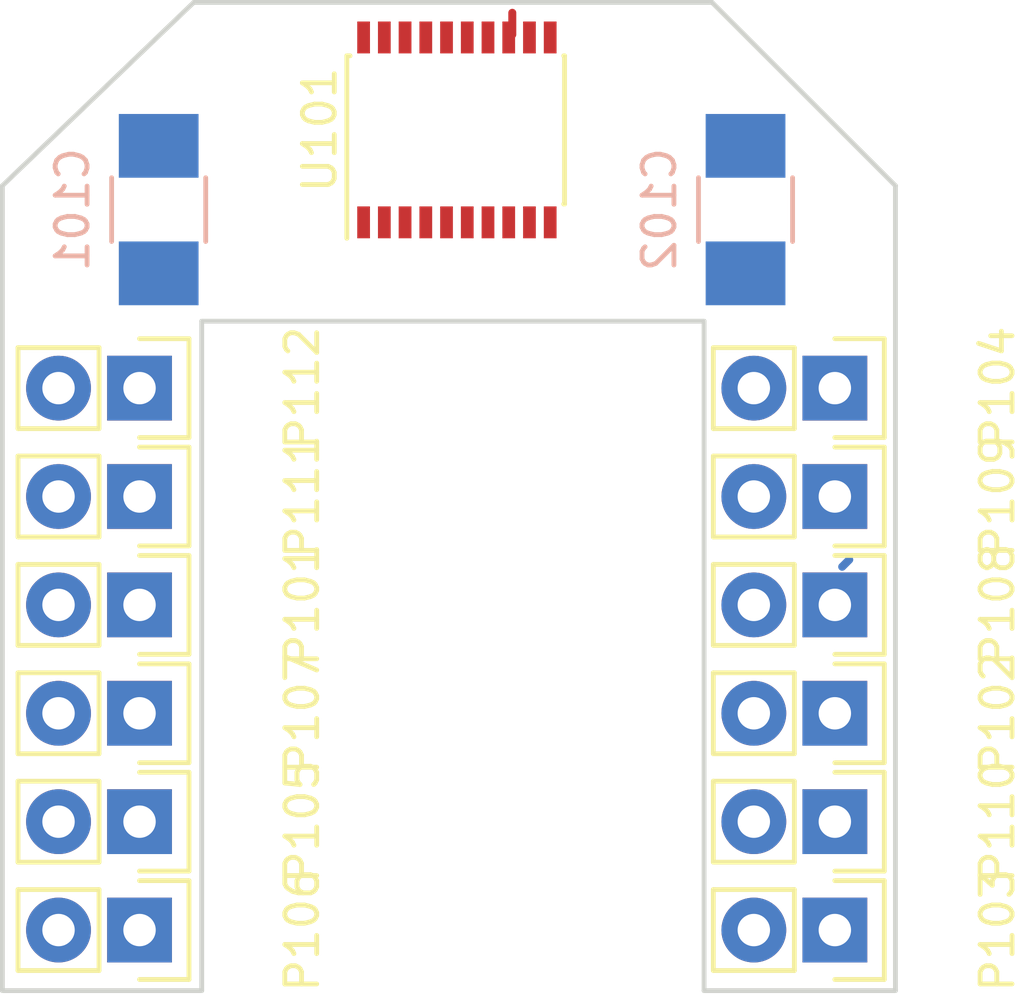
<source format=kicad_pcb>
(kicad_pcb (version 4) (host pcbnew 4.0.2-stable)

  (general
    (links 32)
    (no_connects 32)
    (area 137.424999 90.424999 165.575001 121.575001)
    (thickness 1.6)
    (drawings 10)
    (tracks 2)
    (zones 0)
    (modules 15)
    (nets 5)
  )

  (page A4)
  (layers
    (0 F.Cu signal)
    (31 B.Cu signal)
    (32 B.Adhes user)
    (33 F.Adhes user)
    (34 B.Paste user)
    (35 F.Paste user)
    (36 B.SilkS user)
    (37 F.SilkS user)
    (38 B.Mask user)
    (39 F.Mask user)
    (40 Dwgs.User user)
    (41 Cmts.User user)
    (42 Eco1.User user)
    (43 Eco2.User user)
    (44 Edge.Cuts user)
    (45 Margin user)
    (46 B.CrtYd user)
    (47 F.CrtYd user)
    (48 B.Fab user)
    (49 F.Fab user)
  )

  (setup
    (last_trace_width 0.25)
    (trace_clearance 0.2)
    (zone_clearance 0.508)
    (zone_45_only no)
    (trace_min 0.2)
    (segment_width 0.2)
    (edge_width 0.15)
    (via_size 0.6)
    (via_drill 0.4)
    (via_min_size 0.4)
    (via_min_drill 0.3)
    (uvia_size 0.3)
    (uvia_drill 0.1)
    (uvias_allowed no)
    (uvia_min_size 0.2)
    (uvia_min_drill 0.1)
    (pcb_text_width 0.3)
    (pcb_text_size 1.5 1.5)
    (mod_edge_width 0.15)
    (mod_text_size 1 1)
    (mod_text_width 0.15)
    (pad_size 1.524 1.524)
    (pad_drill 0.762)
    (pad_to_mask_clearance 0.2)
    (aux_axis_origin 0 0)
    (visible_elements 7FFFFFFF)
    (pcbplotparams
      (layerselection 0x00030_80000001)
      (usegerberextensions false)
      (excludeedgelayer true)
      (linewidth 0.100000)
      (plotframeref false)
      (viasonmask false)
      (mode 1)
      (useauxorigin false)
      (hpglpennumber 1)
      (hpglpenspeed 20)
      (hpglpendiameter 15)
      (hpglpenoverlay 2)
      (psnegative false)
      (psa4output false)
      (plotreference true)
      (plotvalue true)
      (plotinvisibletext false)
      (padsonsilk false)
      (subtractmaskfromsilk false)
      (outputformat 1)
      (mirror false)
      (drillshape 1)
      (scaleselection 1)
      (outputdirectory ""))
  )

  (net 0 "")
  (net 1 VDD)
  (net 2 GND)
  (net 3 B)
  (net 4 A)

  (net_class Default "This is the default net class."
    (clearance 0.2)
    (trace_width 0.25)
    (via_dia 0.6)
    (via_drill 0.4)
    (uvia_dia 0.3)
    (uvia_drill 0.1)
    (add_net A)
    (add_net B)
    (add_net GND)
    (add_net VDD)
  )

  (module Capacitors_SMD:C_1210_HandSoldering (layer B.Cu) (tedit 541A9C39) (tstamp 582606ED)
    (at 142.4 97 270)
    (descr "Capacitor SMD 1210, hand soldering")
    (tags "capacitor 1210")
    (path /582361F9)
    (attr smd)
    (fp_text reference C101 (at 0 2.7 270) (layer B.SilkS)
      (effects (font (size 1 1) (thickness 0.15)) (justify mirror))
    )
    (fp_text value 10u (at 0 -2.7 270) (layer B.Fab)
      (effects (font (size 1 1) (thickness 0.15)) (justify mirror))
    )
    (fp_line (start -1.6 -1.25) (end -1.6 1.25) (layer B.Fab) (width 0.15))
    (fp_line (start 1.6 -1.25) (end -1.6 -1.25) (layer B.Fab) (width 0.15))
    (fp_line (start 1.6 1.25) (end 1.6 -1.25) (layer B.Fab) (width 0.15))
    (fp_line (start -1.6 1.25) (end 1.6 1.25) (layer B.Fab) (width 0.15))
    (fp_line (start -3.3 1.6) (end 3.3 1.6) (layer B.CrtYd) (width 0.05))
    (fp_line (start -3.3 -1.6) (end 3.3 -1.6) (layer B.CrtYd) (width 0.05))
    (fp_line (start -3.3 1.6) (end -3.3 -1.6) (layer B.CrtYd) (width 0.05))
    (fp_line (start 3.3 1.6) (end 3.3 -1.6) (layer B.CrtYd) (width 0.05))
    (fp_line (start 1 1.475) (end -1 1.475) (layer B.SilkS) (width 0.15))
    (fp_line (start -1 -1.475) (end 1 -1.475) (layer B.SilkS) (width 0.15))
    (pad 1 smd rect (at -2 0 270) (size 2 2.5) (layers B.Cu B.Paste B.Mask)
      (net 1 VDD))
    (pad 2 smd rect (at 2 0 270) (size 2 2.5) (layers B.Cu B.Paste B.Mask)
      (net 2 GND))
    (model Capacitors_SMD.3dshapes/C_1210_HandSoldering.wrl
      (at (xyz 0 0 0))
      (scale (xyz 1 1 1))
      (rotate (xyz 0 0 0))
    )
  )

  (module Capacitors_SMD:C_1210_HandSoldering (layer B.Cu) (tedit 541A9C39) (tstamp 582606F3)
    (at 160.8 97 270)
    (descr "Capacitor SMD 1210, hand soldering")
    (tags "capacitor 1210")
    (path /5823621B)
    (attr smd)
    (fp_text reference C102 (at 0 2.7 270) (layer B.SilkS)
      (effects (font (size 1 1) (thickness 0.15)) (justify mirror))
    )
    (fp_text value 100n (at 0 -2.7 270) (layer B.Fab)
      (effects (font (size 1 1) (thickness 0.15)) (justify mirror))
    )
    (fp_line (start -1.6 -1.25) (end -1.6 1.25) (layer B.Fab) (width 0.15))
    (fp_line (start 1.6 -1.25) (end -1.6 -1.25) (layer B.Fab) (width 0.15))
    (fp_line (start 1.6 1.25) (end 1.6 -1.25) (layer B.Fab) (width 0.15))
    (fp_line (start -1.6 1.25) (end 1.6 1.25) (layer B.Fab) (width 0.15))
    (fp_line (start -3.3 1.6) (end 3.3 1.6) (layer B.CrtYd) (width 0.05))
    (fp_line (start -3.3 -1.6) (end 3.3 -1.6) (layer B.CrtYd) (width 0.05))
    (fp_line (start -3.3 1.6) (end -3.3 -1.6) (layer B.CrtYd) (width 0.05))
    (fp_line (start 3.3 1.6) (end 3.3 -1.6) (layer B.CrtYd) (width 0.05))
    (fp_line (start 1 1.475) (end -1 1.475) (layer B.SilkS) (width 0.15))
    (fp_line (start -1 -1.475) (end 1 -1.475) (layer B.SilkS) (width 0.15))
    (pad 1 smd rect (at -2 0 270) (size 2 2.5) (layers B.Cu B.Paste B.Mask)
      (net 1 VDD))
    (pad 2 smd rect (at 2 0 270) (size 2 2.5) (layers B.Cu B.Paste B.Mask)
      (net 2 GND))
    (model Capacitors_SMD.3dshapes/C_1210_HandSoldering.wrl
      (at (xyz 0 0 0))
      (scale (xyz 1 1 1))
      (rotate (xyz 0 0 0))
    )
  )

  (module Housings_SSOP:SSOP-20_4.4x6.5mm_Pitch0.65mm (layer F.Cu) (tedit 57AFAF80) (tstamp 58260717)
    (at 151.75 94.5 90)
    (descr "SSOP20: plastic shrink small outline package; 20 leads; body width 4.4 mm; (see NXP SSOP-TSSOP-VSO-REFLOW.pdf and sot266-1_po.pdf)")
    (tags "SSOP 0.65")
    (path /5823606A)
    (attr smd)
    (fp_text reference U101 (at 0 -4.3 90) (layer F.SilkS)
      (effects (font (size 1 1) (thickness 0.15)))
    )
    (fp_text value AS5304 (at 0 4.3 90) (layer F.Fab)
      (effects (font (size 1 1) (thickness 0.15)))
    )
    (fp_line (start -1.2 -3.25) (end 2.2 -3.25) (layer F.Fab) (width 0.15))
    (fp_line (start 2.2 -3.25) (end 2.2 3.25) (layer F.Fab) (width 0.15))
    (fp_line (start 2.2 3.25) (end -2.2 3.25) (layer F.Fab) (width 0.15))
    (fp_line (start -2.2 3.25) (end -2.2 -2.25) (layer F.Fab) (width 0.15))
    (fp_line (start -2.2 -2.25) (end -1.2 -3.25) (layer F.Fab) (width 0.15))
    (fp_line (start -3.65 -3.55) (end -3.65 3.55) (layer F.CrtYd) (width 0.05))
    (fp_line (start 3.65 -3.55) (end 3.65 3.55) (layer F.CrtYd) (width 0.05))
    (fp_line (start -3.65 -3.55) (end 3.65 -3.55) (layer F.CrtYd) (width 0.05))
    (fp_line (start -3.65 3.55) (end 3.65 3.55) (layer F.CrtYd) (width 0.05))
    (fp_line (start 2.325 -3.45) (end 2.325 -3.35) (layer F.SilkS) (width 0.15))
    (fp_line (start 2.325 3.375) (end 2.325 3.35) (layer F.SilkS) (width 0.15))
    (fp_line (start -2.325 3.375) (end -2.325 3.35) (layer F.SilkS) (width 0.15))
    (fp_line (start -3.4 -3.45) (end 2.325 -3.45) (layer F.SilkS) (width 0.15))
    (fp_line (start -2.325 3.375) (end 2.325 3.375) (layer F.SilkS) (width 0.15))
    (pad 1 smd rect (at -2.9 -2.925 90) (size 1 0.4) (layers F.Cu F.Paste F.Mask)
      (net 2 GND))
    (pad 2 smd rect (at -2.9 -2.275 90) (size 1 0.4) (layers F.Cu F.Paste F.Mask)
      (net 4 A))
    (pad 3 smd rect (at -2.9 -1.625 90) (size 1 0.4) (layers F.Cu F.Paste F.Mask)
      (net 1 VDD))
    (pad 4 smd rect (at -2.9 -0.975 90) (size 1 0.4) (layers F.Cu F.Paste F.Mask)
      (net 3 B))
    (pad 5 smd rect (at -2.9 -0.325 90) (size 1 0.4) (layers F.Cu F.Paste F.Mask))
    (pad 6 smd rect (at -2.9 0.325 90) (size 1 0.4) (layers F.Cu F.Paste F.Mask))
    (pad 7 smd rect (at -2.9 0.975 90) (size 1 0.4) (layers F.Cu F.Paste F.Mask)
      (net 1 VDD))
    (pad 8 smd rect (at -2.9 1.625 90) (size 1 0.4) (layers F.Cu F.Paste F.Mask))
    (pad 9 smd rect (at -2.9 2.275 90) (size 1 0.4) (layers F.Cu F.Paste F.Mask))
    (pad 10 smd rect (at -2.9 2.925 90) (size 1 0.4) (layers F.Cu F.Paste F.Mask))
    (pad 11 smd rect (at 2.9 2.925 90) (size 1 0.4) (layers F.Cu F.Paste F.Mask))
    (pad 12 smd rect (at 2.9 2.275 90) (size 1 0.4) (layers F.Cu F.Paste F.Mask))
    (pad 13 smd rect (at 2.9 1.625 90) (size 1 0.4) (layers F.Cu F.Paste F.Mask))
    (pad 14 smd rect (at 2.9 0.975 90) (size 1 0.4) (layers F.Cu F.Paste F.Mask))
    (pad 15 smd rect (at 2.9 0.325 90) (size 1 0.4) (layers F.Cu F.Paste F.Mask)
      (net 2 GND))
    (pad 16 smd rect (at 2.9 -0.325 90) (size 1 0.4) (layers F.Cu F.Paste F.Mask)
      (net 1 VDD))
    (pad 17 smd rect (at 2.9 -0.975 90) (size 1 0.4) (layers F.Cu F.Paste F.Mask))
    (pad 18 smd rect (at 2.9 -1.625 90) (size 1 0.4) (layers F.Cu F.Paste F.Mask))
    (pad 19 smd rect (at 2.9 -2.275 90) (size 1 0.4) (layers F.Cu F.Paste F.Mask))
    (pad 20 smd rect (at 2.9 -2.925 90) (size 1 0.4) (layers F.Cu F.Paste F.Mask)
      (net 2 GND))
    (model Housings_SSOP.3dshapes/SSOP-20_4.4x6.5mm_Pitch0.65mm.wrl
      (at (xyz 0 0 0))
      (scale (xyz 1 1 1))
      (rotate (xyz 0 0 0))
    )
  )

  (module Pin_Headers:Pin_Header_Straight_1x02 (layer F.Cu) (tedit 54EA090C) (tstamp 58276810)
    (at 141.8 109.4 270)
    (descr "Through hole pin header")
    (tags "pin header")
    (path /58236098)
    (fp_text reference P101 (at 0 -5.1 270) (layer F.SilkS)
      (effects (font (size 1 1) (thickness 0.15)))
    )
    (fp_text value C1 (at 0 -3.1 270) (layer F.Fab)
      (effects (font (size 1 1) (thickness 0.15)))
    )
    (fp_line (start 1.27 1.27) (end 1.27 3.81) (layer F.SilkS) (width 0.15))
    (fp_line (start 1.55 -1.55) (end 1.55 0) (layer F.SilkS) (width 0.15))
    (fp_line (start -1.75 -1.75) (end -1.75 4.3) (layer F.CrtYd) (width 0.05))
    (fp_line (start 1.75 -1.75) (end 1.75 4.3) (layer F.CrtYd) (width 0.05))
    (fp_line (start -1.75 -1.75) (end 1.75 -1.75) (layer F.CrtYd) (width 0.05))
    (fp_line (start -1.75 4.3) (end 1.75 4.3) (layer F.CrtYd) (width 0.05))
    (fp_line (start 1.27 1.27) (end -1.27 1.27) (layer F.SilkS) (width 0.15))
    (fp_line (start -1.55 0) (end -1.55 -1.55) (layer F.SilkS) (width 0.15))
    (fp_line (start -1.55 -1.55) (end 1.55 -1.55) (layer F.SilkS) (width 0.15))
    (fp_line (start -1.27 1.27) (end -1.27 3.81) (layer F.SilkS) (width 0.15))
    (fp_line (start -1.27 3.81) (end 1.27 3.81) (layer F.SilkS) (width 0.15))
    (pad 1 thru_hole rect (at 0 0 270) (size 2.032 2.032) (drill 1.016) (layers *.Cu *.Mask)
      (net 3 B))
    (pad 2 thru_hole oval (at 0 2.54 270) (size 2.032 2.032) (drill 1.016) (layers *.Cu *.Mask)
      (net 4 A))
    (model Pin_Headers.3dshapes/Pin_Header_Straight_1x02.wrl
      (at (xyz 0 -0.05 0))
      (scale (xyz 1 1 1))
      (rotate (xyz 0 0 90))
    )
  )

  (module Pin_Headers:Pin_Header_Straight_1x02 (layer F.Cu) (tedit 54EA090C) (tstamp 58276816)
    (at 163.6 112.8 270)
    (descr "Through hole pin header")
    (tags "pin header")
    (path /582362E4)
    (fp_text reference P102 (at 0 -5.1 270) (layer F.SilkS)
      (effects (font (size 1 1) (thickness 0.15)))
    )
    (fp_text value Pow (at 0 -3.1 270) (layer F.Fab)
      (effects (font (size 1 1) (thickness 0.15)))
    )
    (fp_line (start 1.27 1.27) (end 1.27 3.81) (layer F.SilkS) (width 0.15))
    (fp_line (start 1.55 -1.55) (end 1.55 0) (layer F.SilkS) (width 0.15))
    (fp_line (start -1.75 -1.75) (end -1.75 4.3) (layer F.CrtYd) (width 0.05))
    (fp_line (start 1.75 -1.75) (end 1.75 4.3) (layer F.CrtYd) (width 0.05))
    (fp_line (start -1.75 -1.75) (end 1.75 -1.75) (layer F.CrtYd) (width 0.05))
    (fp_line (start -1.75 4.3) (end 1.75 4.3) (layer F.CrtYd) (width 0.05))
    (fp_line (start 1.27 1.27) (end -1.27 1.27) (layer F.SilkS) (width 0.15))
    (fp_line (start -1.55 0) (end -1.55 -1.55) (layer F.SilkS) (width 0.15))
    (fp_line (start -1.55 -1.55) (end 1.55 -1.55) (layer F.SilkS) (width 0.15))
    (fp_line (start -1.27 1.27) (end -1.27 3.81) (layer F.SilkS) (width 0.15))
    (fp_line (start -1.27 3.81) (end 1.27 3.81) (layer F.SilkS) (width 0.15))
    (pad 1 thru_hole rect (at 0 0 270) (size 2.032 2.032) (drill 1.016) (layers *.Cu *.Mask)
      (net 1 VDD))
    (pad 2 thru_hole oval (at 0 2.54 270) (size 2.032 2.032) (drill 1.016) (layers *.Cu *.Mask)
      (net 2 GND))
    (model Pin_Headers.3dshapes/Pin_Header_Straight_1x02.wrl
      (at (xyz 0 -0.05 0))
      (scale (xyz 1 1 1))
      (rotate (xyz 0 0 90))
    )
  )

  (module Pin_Headers:Pin_Header_Straight_1x02 (layer F.Cu) (tedit 54EA090C) (tstamp 5827681C)
    (at 163.6 119.6 270)
    (descr "Through hole pin header")
    (tags "pin header")
    (path /58276BC1)
    (fp_text reference P103 (at 0 -5.1 270) (layer F.SilkS)
      (effects (font (size 1 1) (thickness 0.15)))
    )
    (fp_text value Pow (at 0 -3.1 270) (layer F.Fab)
      (effects (font (size 1 1) (thickness 0.15)))
    )
    (fp_line (start 1.27 1.27) (end 1.27 3.81) (layer F.SilkS) (width 0.15))
    (fp_line (start 1.55 -1.55) (end 1.55 0) (layer F.SilkS) (width 0.15))
    (fp_line (start -1.75 -1.75) (end -1.75 4.3) (layer F.CrtYd) (width 0.05))
    (fp_line (start 1.75 -1.75) (end 1.75 4.3) (layer F.CrtYd) (width 0.05))
    (fp_line (start -1.75 -1.75) (end 1.75 -1.75) (layer F.CrtYd) (width 0.05))
    (fp_line (start -1.75 4.3) (end 1.75 4.3) (layer F.CrtYd) (width 0.05))
    (fp_line (start 1.27 1.27) (end -1.27 1.27) (layer F.SilkS) (width 0.15))
    (fp_line (start -1.55 0) (end -1.55 -1.55) (layer F.SilkS) (width 0.15))
    (fp_line (start -1.55 -1.55) (end 1.55 -1.55) (layer F.SilkS) (width 0.15))
    (fp_line (start -1.27 1.27) (end -1.27 3.81) (layer F.SilkS) (width 0.15))
    (fp_line (start -1.27 3.81) (end 1.27 3.81) (layer F.SilkS) (width 0.15))
    (pad 1 thru_hole rect (at 0 0 270) (size 2.032 2.032) (drill 1.016) (layers *.Cu *.Mask)
      (net 1 VDD))
    (pad 2 thru_hole oval (at 0 2.54 270) (size 2.032 2.032) (drill 1.016) (layers *.Cu *.Mask)
      (net 2 GND))
    (model Pin_Headers.3dshapes/Pin_Header_Straight_1x02.wrl
      (at (xyz 0 -0.05 0))
      (scale (xyz 1 1 1))
      (rotate (xyz 0 0 90))
    )
  )

  (module Pin_Headers:Pin_Header_Straight_1x02 (layer F.Cu) (tedit 54EA090C) (tstamp 58276822)
    (at 163.6 102.6 270)
    (descr "Through hole pin header")
    (tags "pin header")
    (path /58276C1B)
    (fp_text reference P104 (at 0 -5.1 270) (layer F.SilkS)
      (effects (font (size 1 1) (thickness 0.15)))
    )
    (fp_text value Pow (at 0 -3.1 270) (layer F.Fab)
      (effects (font (size 1 1) (thickness 0.15)))
    )
    (fp_line (start 1.27 1.27) (end 1.27 3.81) (layer F.SilkS) (width 0.15))
    (fp_line (start 1.55 -1.55) (end 1.55 0) (layer F.SilkS) (width 0.15))
    (fp_line (start -1.75 -1.75) (end -1.75 4.3) (layer F.CrtYd) (width 0.05))
    (fp_line (start 1.75 -1.75) (end 1.75 4.3) (layer F.CrtYd) (width 0.05))
    (fp_line (start -1.75 -1.75) (end 1.75 -1.75) (layer F.CrtYd) (width 0.05))
    (fp_line (start -1.75 4.3) (end 1.75 4.3) (layer F.CrtYd) (width 0.05))
    (fp_line (start 1.27 1.27) (end -1.27 1.27) (layer F.SilkS) (width 0.15))
    (fp_line (start -1.55 0) (end -1.55 -1.55) (layer F.SilkS) (width 0.15))
    (fp_line (start -1.55 -1.55) (end 1.55 -1.55) (layer F.SilkS) (width 0.15))
    (fp_line (start -1.27 1.27) (end -1.27 3.81) (layer F.SilkS) (width 0.15))
    (fp_line (start -1.27 3.81) (end 1.27 3.81) (layer F.SilkS) (width 0.15))
    (pad 1 thru_hole rect (at 0 0 270) (size 2.032 2.032) (drill 1.016) (layers *.Cu *.Mask)
      (net 1 VDD))
    (pad 2 thru_hole oval (at 0 2.54 270) (size 2.032 2.032) (drill 1.016) (layers *.Cu *.Mask)
      (net 2 GND))
    (model Pin_Headers.3dshapes/Pin_Header_Straight_1x02.wrl
      (at (xyz 0 -0.05 0))
      (scale (xyz 1 1 1))
      (rotate (xyz 0 0 90))
    )
  )

  (module Pin_Headers:Pin_Header_Straight_1x02 (layer F.Cu) (tedit 54EA090C) (tstamp 58276828)
    (at 141.8 116.2 270)
    (descr "Through hole pin header")
    (tags "pin header")
    (path /582769BB)
    (fp_text reference P105 (at 0 -5.1 270) (layer F.SilkS)
      (effects (font (size 1 1) (thickness 0.15)))
    )
    (fp_text value C1 (at 0 -3.1 270) (layer F.Fab)
      (effects (font (size 1 1) (thickness 0.15)))
    )
    (fp_line (start 1.27 1.27) (end 1.27 3.81) (layer F.SilkS) (width 0.15))
    (fp_line (start 1.55 -1.55) (end 1.55 0) (layer F.SilkS) (width 0.15))
    (fp_line (start -1.75 -1.75) (end -1.75 4.3) (layer F.CrtYd) (width 0.05))
    (fp_line (start 1.75 -1.75) (end 1.75 4.3) (layer F.CrtYd) (width 0.05))
    (fp_line (start -1.75 -1.75) (end 1.75 -1.75) (layer F.CrtYd) (width 0.05))
    (fp_line (start -1.75 4.3) (end 1.75 4.3) (layer F.CrtYd) (width 0.05))
    (fp_line (start 1.27 1.27) (end -1.27 1.27) (layer F.SilkS) (width 0.15))
    (fp_line (start -1.55 0) (end -1.55 -1.55) (layer F.SilkS) (width 0.15))
    (fp_line (start -1.55 -1.55) (end 1.55 -1.55) (layer F.SilkS) (width 0.15))
    (fp_line (start -1.27 1.27) (end -1.27 3.81) (layer F.SilkS) (width 0.15))
    (fp_line (start -1.27 3.81) (end 1.27 3.81) (layer F.SilkS) (width 0.15))
    (pad 1 thru_hole rect (at 0 0 270) (size 2.032 2.032) (drill 1.016) (layers *.Cu *.Mask)
      (net 3 B))
    (pad 2 thru_hole oval (at 0 2.54 270) (size 2.032 2.032) (drill 1.016) (layers *.Cu *.Mask)
      (net 4 A))
    (model Pin_Headers.3dshapes/Pin_Header_Straight_1x02.wrl
      (at (xyz 0 -0.05 0))
      (scale (xyz 1 1 1))
      (rotate (xyz 0 0 90))
    )
  )

  (module Pin_Headers:Pin_Header_Straight_1x02 (layer F.Cu) (tedit 54EA090C) (tstamp 5827682E)
    (at 141.8 119.6 270)
    (descr "Through hole pin header")
    (tags "pin header")
    (path /58276997)
    (fp_text reference P106 (at 0 -5.1 270) (layer F.SilkS)
      (effects (font (size 1 1) (thickness 0.15)))
    )
    (fp_text value C1 (at 0 -3.1 270) (layer F.Fab)
      (effects (font (size 1 1) (thickness 0.15)))
    )
    (fp_line (start 1.27 1.27) (end 1.27 3.81) (layer F.SilkS) (width 0.15))
    (fp_line (start 1.55 -1.55) (end 1.55 0) (layer F.SilkS) (width 0.15))
    (fp_line (start -1.75 -1.75) (end -1.75 4.3) (layer F.CrtYd) (width 0.05))
    (fp_line (start 1.75 -1.75) (end 1.75 4.3) (layer F.CrtYd) (width 0.05))
    (fp_line (start -1.75 -1.75) (end 1.75 -1.75) (layer F.CrtYd) (width 0.05))
    (fp_line (start -1.75 4.3) (end 1.75 4.3) (layer F.CrtYd) (width 0.05))
    (fp_line (start 1.27 1.27) (end -1.27 1.27) (layer F.SilkS) (width 0.15))
    (fp_line (start -1.55 0) (end -1.55 -1.55) (layer F.SilkS) (width 0.15))
    (fp_line (start -1.55 -1.55) (end 1.55 -1.55) (layer F.SilkS) (width 0.15))
    (fp_line (start -1.27 1.27) (end -1.27 3.81) (layer F.SilkS) (width 0.15))
    (fp_line (start -1.27 3.81) (end 1.27 3.81) (layer F.SilkS) (width 0.15))
    (pad 1 thru_hole rect (at 0 0 270) (size 2.032 2.032) (drill 1.016) (layers *.Cu *.Mask)
      (net 3 B))
    (pad 2 thru_hole oval (at 0 2.54 270) (size 2.032 2.032) (drill 1.016) (layers *.Cu *.Mask)
      (net 4 A))
    (model Pin_Headers.3dshapes/Pin_Header_Straight_1x02.wrl
      (at (xyz 0 -0.05 0))
      (scale (xyz 1 1 1))
      (rotate (xyz 0 0 90))
    )
  )

  (module Pin_Headers:Pin_Header_Straight_1x02 (layer F.Cu) (tedit 54EA090C) (tstamp 58276834)
    (at 141.8 112.8 270)
    (descr "Through hole pin header")
    (tags "pin header")
    (path /58276973)
    (fp_text reference P107 (at 0 -5.1 270) (layer F.SilkS)
      (effects (font (size 1 1) (thickness 0.15)))
    )
    (fp_text value C1 (at 0 -3.1 270) (layer F.Fab)
      (effects (font (size 1 1) (thickness 0.15)))
    )
    (fp_line (start 1.27 1.27) (end 1.27 3.81) (layer F.SilkS) (width 0.15))
    (fp_line (start 1.55 -1.55) (end 1.55 0) (layer F.SilkS) (width 0.15))
    (fp_line (start -1.75 -1.75) (end -1.75 4.3) (layer F.CrtYd) (width 0.05))
    (fp_line (start 1.75 -1.75) (end 1.75 4.3) (layer F.CrtYd) (width 0.05))
    (fp_line (start -1.75 -1.75) (end 1.75 -1.75) (layer F.CrtYd) (width 0.05))
    (fp_line (start -1.75 4.3) (end 1.75 4.3) (layer F.CrtYd) (width 0.05))
    (fp_line (start 1.27 1.27) (end -1.27 1.27) (layer F.SilkS) (width 0.15))
    (fp_line (start -1.55 0) (end -1.55 -1.55) (layer F.SilkS) (width 0.15))
    (fp_line (start -1.55 -1.55) (end 1.55 -1.55) (layer F.SilkS) (width 0.15))
    (fp_line (start -1.27 1.27) (end -1.27 3.81) (layer F.SilkS) (width 0.15))
    (fp_line (start -1.27 3.81) (end 1.27 3.81) (layer F.SilkS) (width 0.15))
    (pad 1 thru_hole rect (at 0 0 270) (size 2.032 2.032) (drill 1.016) (layers *.Cu *.Mask)
      (net 3 B))
    (pad 2 thru_hole oval (at 0 2.54 270) (size 2.032 2.032) (drill 1.016) (layers *.Cu *.Mask)
      (net 4 A))
    (model Pin_Headers.3dshapes/Pin_Header_Straight_1x02.wrl
      (at (xyz 0 -0.05 0))
      (scale (xyz 1 1 1))
      (rotate (xyz 0 0 90))
    )
  )

  (module Pin_Headers:Pin_Header_Straight_1x02 (layer F.Cu) (tedit 54EA090C) (tstamp 5827683A)
    (at 163.6 109.4 270)
    (descr "Through hole pin header")
    (tags "pin header")
    (path /58276AE6)
    (fp_text reference P108 (at 0 -5.1 270) (layer F.SilkS)
      (effects (font (size 1 1) (thickness 0.15)))
    )
    (fp_text value Pow (at 0 -3.1 270) (layer F.Fab)
      (effects (font (size 1 1) (thickness 0.15)))
    )
    (fp_line (start 1.27 1.27) (end 1.27 3.81) (layer F.SilkS) (width 0.15))
    (fp_line (start 1.55 -1.55) (end 1.55 0) (layer F.SilkS) (width 0.15))
    (fp_line (start -1.75 -1.75) (end -1.75 4.3) (layer F.CrtYd) (width 0.05))
    (fp_line (start 1.75 -1.75) (end 1.75 4.3) (layer F.CrtYd) (width 0.05))
    (fp_line (start -1.75 -1.75) (end 1.75 -1.75) (layer F.CrtYd) (width 0.05))
    (fp_line (start -1.75 4.3) (end 1.75 4.3) (layer F.CrtYd) (width 0.05))
    (fp_line (start 1.27 1.27) (end -1.27 1.27) (layer F.SilkS) (width 0.15))
    (fp_line (start -1.55 0) (end -1.55 -1.55) (layer F.SilkS) (width 0.15))
    (fp_line (start -1.55 -1.55) (end 1.55 -1.55) (layer F.SilkS) (width 0.15))
    (fp_line (start -1.27 1.27) (end -1.27 3.81) (layer F.SilkS) (width 0.15))
    (fp_line (start -1.27 3.81) (end 1.27 3.81) (layer F.SilkS) (width 0.15))
    (pad 1 thru_hole rect (at 0 0 270) (size 2.032 2.032) (drill 1.016) (layers *.Cu *.Mask)
      (net 1 VDD))
    (pad 2 thru_hole oval (at 0 2.54 270) (size 2.032 2.032) (drill 1.016) (layers *.Cu *.Mask)
      (net 2 GND))
    (model Pin_Headers.3dshapes/Pin_Header_Straight_1x02.wrl
      (at (xyz 0 -0.05 0))
      (scale (xyz 1 1 1))
      (rotate (xyz 0 0 90))
    )
  )

  (module Pin_Headers:Pin_Header_Straight_1x02 (layer F.Cu) (tedit 54EA090C) (tstamp 58276840)
    (at 163.6 106 270)
    (descr "Through hole pin header")
    (tags "pin header")
    (path /58276B25)
    (fp_text reference P109 (at 0 -5.1 270) (layer F.SilkS)
      (effects (font (size 1 1) (thickness 0.15)))
    )
    (fp_text value Pow (at 0 -3.1 270) (layer F.Fab)
      (effects (font (size 1 1) (thickness 0.15)))
    )
    (fp_line (start 1.27 1.27) (end 1.27 3.81) (layer F.SilkS) (width 0.15))
    (fp_line (start 1.55 -1.55) (end 1.55 0) (layer F.SilkS) (width 0.15))
    (fp_line (start -1.75 -1.75) (end -1.75 4.3) (layer F.CrtYd) (width 0.05))
    (fp_line (start 1.75 -1.75) (end 1.75 4.3) (layer F.CrtYd) (width 0.05))
    (fp_line (start -1.75 -1.75) (end 1.75 -1.75) (layer F.CrtYd) (width 0.05))
    (fp_line (start -1.75 4.3) (end 1.75 4.3) (layer F.CrtYd) (width 0.05))
    (fp_line (start 1.27 1.27) (end -1.27 1.27) (layer F.SilkS) (width 0.15))
    (fp_line (start -1.55 0) (end -1.55 -1.55) (layer F.SilkS) (width 0.15))
    (fp_line (start -1.55 -1.55) (end 1.55 -1.55) (layer F.SilkS) (width 0.15))
    (fp_line (start -1.27 1.27) (end -1.27 3.81) (layer F.SilkS) (width 0.15))
    (fp_line (start -1.27 3.81) (end 1.27 3.81) (layer F.SilkS) (width 0.15))
    (pad 1 thru_hole rect (at 0 0 270) (size 2.032 2.032) (drill 1.016) (layers *.Cu *.Mask)
      (net 1 VDD))
    (pad 2 thru_hole oval (at 0 2.54 270) (size 2.032 2.032) (drill 1.016) (layers *.Cu *.Mask)
      (net 2 GND))
    (model Pin_Headers.3dshapes/Pin_Header_Straight_1x02.wrl
      (at (xyz 0 -0.05 0))
      (scale (xyz 1 1 1))
      (rotate (xyz 0 0 90))
    )
  )

  (module Pin_Headers:Pin_Header_Straight_1x02 (layer F.Cu) (tedit 54EA090C) (tstamp 58276846)
    (at 163.6 116.2 270)
    (descr "Through hole pin header")
    (tags "pin header")
    (path /58276B79)
    (fp_text reference P110 (at 0 -5.1 270) (layer F.SilkS)
      (effects (font (size 1 1) (thickness 0.15)))
    )
    (fp_text value Pow (at 0 -3.1 270) (layer F.Fab)
      (effects (font (size 1 1) (thickness 0.15)))
    )
    (fp_line (start 1.27 1.27) (end 1.27 3.81) (layer F.SilkS) (width 0.15))
    (fp_line (start 1.55 -1.55) (end 1.55 0) (layer F.SilkS) (width 0.15))
    (fp_line (start -1.75 -1.75) (end -1.75 4.3) (layer F.CrtYd) (width 0.05))
    (fp_line (start 1.75 -1.75) (end 1.75 4.3) (layer F.CrtYd) (width 0.05))
    (fp_line (start -1.75 -1.75) (end 1.75 -1.75) (layer F.CrtYd) (width 0.05))
    (fp_line (start -1.75 4.3) (end 1.75 4.3) (layer F.CrtYd) (width 0.05))
    (fp_line (start 1.27 1.27) (end -1.27 1.27) (layer F.SilkS) (width 0.15))
    (fp_line (start -1.55 0) (end -1.55 -1.55) (layer F.SilkS) (width 0.15))
    (fp_line (start -1.55 -1.55) (end 1.55 -1.55) (layer F.SilkS) (width 0.15))
    (fp_line (start -1.27 1.27) (end -1.27 3.81) (layer F.SilkS) (width 0.15))
    (fp_line (start -1.27 3.81) (end 1.27 3.81) (layer F.SilkS) (width 0.15))
    (pad 1 thru_hole rect (at 0 0 270) (size 2.032 2.032) (drill 1.016) (layers *.Cu *.Mask)
      (net 1 VDD))
    (pad 2 thru_hole oval (at 0 2.54 270) (size 2.032 2.032) (drill 1.016) (layers *.Cu *.Mask)
      (net 2 GND))
    (model Pin_Headers.3dshapes/Pin_Header_Straight_1x02.wrl
      (at (xyz 0 -0.05 0))
      (scale (xyz 1 1 1))
      (rotate (xyz 0 0 90))
    )
  )

  (module Pin_Headers:Pin_Header_Straight_1x02 (layer F.Cu) (tedit 54EA090C) (tstamp 5827684C)
    (at 141.8 106 270)
    (descr "Through hole pin header")
    (tags "pin header")
    (path /58276A32)
    (fp_text reference P111 (at 0 -5.1 270) (layer F.SilkS)
      (effects (font (size 1 1) (thickness 0.15)))
    )
    (fp_text value C1 (at 0 -3.1 270) (layer F.Fab)
      (effects (font (size 1 1) (thickness 0.15)))
    )
    (fp_line (start 1.27 1.27) (end 1.27 3.81) (layer F.SilkS) (width 0.15))
    (fp_line (start 1.55 -1.55) (end 1.55 0) (layer F.SilkS) (width 0.15))
    (fp_line (start -1.75 -1.75) (end -1.75 4.3) (layer F.CrtYd) (width 0.05))
    (fp_line (start 1.75 -1.75) (end 1.75 4.3) (layer F.CrtYd) (width 0.05))
    (fp_line (start -1.75 -1.75) (end 1.75 -1.75) (layer F.CrtYd) (width 0.05))
    (fp_line (start -1.75 4.3) (end 1.75 4.3) (layer F.CrtYd) (width 0.05))
    (fp_line (start 1.27 1.27) (end -1.27 1.27) (layer F.SilkS) (width 0.15))
    (fp_line (start -1.55 0) (end -1.55 -1.55) (layer F.SilkS) (width 0.15))
    (fp_line (start -1.55 -1.55) (end 1.55 -1.55) (layer F.SilkS) (width 0.15))
    (fp_line (start -1.27 1.27) (end -1.27 3.81) (layer F.SilkS) (width 0.15))
    (fp_line (start -1.27 3.81) (end 1.27 3.81) (layer F.SilkS) (width 0.15))
    (pad 1 thru_hole rect (at 0 0 270) (size 2.032 2.032) (drill 1.016) (layers *.Cu *.Mask)
      (net 3 B))
    (pad 2 thru_hole oval (at 0 2.54 270) (size 2.032 2.032) (drill 1.016) (layers *.Cu *.Mask)
      (net 4 A))
    (model Pin_Headers.3dshapes/Pin_Header_Straight_1x02.wrl
      (at (xyz 0 -0.05 0))
      (scale (xyz 1 1 1))
      (rotate (xyz 0 0 90))
    )
  )

  (module Pin_Headers:Pin_Header_Straight_1x02 (layer F.Cu) (tedit 54EA090C) (tstamp 58276852)
    (at 141.8 102.6 270)
    (descr "Through hole pin header")
    (tags "pin header")
    (path /582769F9)
    (fp_text reference P112 (at 0 -5.1 270) (layer F.SilkS)
      (effects (font (size 1 1) (thickness 0.15)))
    )
    (fp_text value C1 (at 0 -3.1 270) (layer F.Fab)
      (effects (font (size 1 1) (thickness 0.15)))
    )
    (fp_line (start 1.27 1.27) (end 1.27 3.81) (layer F.SilkS) (width 0.15))
    (fp_line (start 1.55 -1.55) (end 1.55 0) (layer F.SilkS) (width 0.15))
    (fp_line (start -1.75 -1.75) (end -1.75 4.3) (layer F.CrtYd) (width 0.05))
    (fp_line (start 1.75 -1.75) (end 1.75 4.3) (layer F.CrtYd) (width 0.05))
    (fp_line (start -1.75 -1.75) (end 1.75 -1.75) (layer F.CrtYd) (width 0.05))
    (fp_line (start -1.75 4.3) (end 1.75 4.3) (layer F.CrtYd) (width 0.05))
    (fp_line (start 1.27 1.27) (end -1.27 1.27) (layer F.SilkS) (width 0.15))
    (fp_line (start -1.55 0) (end -1.55 -1.55) (layer F.SilkS) (width 0.15))
    (fp_line (start -1.55 -1.55) (end 1.55 -1.55) (layer F.SilkS) (width 0.15))
    (fp_line (start -1.27 1.27) (end -1.27 3.81) (layer F.SilkS) (width 0.15))
    (fp_line (start -1.27 3.81) (end 1.27 3.81) (layer F.SilkS) (width 0.15))
    (pad 1 thru_hole rect (at 0 0 270) (size 2.032 2.032) (drill 1.016) (layers *.Cu *.Mask)
      (net 3 B))
    (pad 2 thru_hole oval (at 0 2.54 270) (size 2.032 2.032) (drill 1.016) (layers *.Cu *.Mask)
      (net 4 A))
    (model Pin_Headers.3dshapes/Pin_Header_Straight_1x02.wrl
      (at (xyz 0 -0.05 0))
      (scale (xyz 1 1 1))
      (rotate (xyz 0 0 90))
    )
  )

  (gr_line (start 159.75 90.5) (end 143.5 90.5) (angle 90) (layer Edge.Cuts) (width 0.15))
  (gr_line (start 165.5 96.25) (end 159.75 90.5) (angle 90) (layer Edge.Cuts) (width 0.15))
  (gr_line (start 165.5 121.5) (end 165.5 96.25) (angle 90) (layer Edge.Cuts) (width 0.15))
  (gr_line (start 159.5 121.5) (end 165.5 121.5) (angle 90) (layer Edge.Cuts) (width 0.15))
  (gr_line (start 137.5 96.25) (end 143.5 90.5) (angle 90) (layer Edge.Cuts) (width 0.15))
  (gr_line (start 137.5 121.5) (end 137.5 96.25) (angle 90) (layer Edge.Cuts) (width 0.15))
  (gr_line (start 143.75 121.5) (end 137.5 121.5) (angle 90) (layer Edge.Cuts) (width 0.15))
  (gr_line (start 159.5 100.5) (end 143.75 100.5) (angle 90) (layer Edge.Cuts) (width 0.15))
  (gr_line (start 143.75 121.5) (end 143.75 100.5) (angle 90) (layer Edge.Cuts) (width 0.15))
  (gr_line (start 159.5 121.5) (end 159.5 100.5) (angle 90) (layer Edge.Cuts) (width 0.15))

  (segment (start 153.487 91.511) (end 153.487 90.826) (width 0.25) (layer F.Cu) (net 0) (tstamp 58260B35))
  (segment (start 163.83 108.204) (end 164.052 107.982) (width 0.25) (layer B.Cu) (net 0) (tstamp 58260B64))

)

</source>
